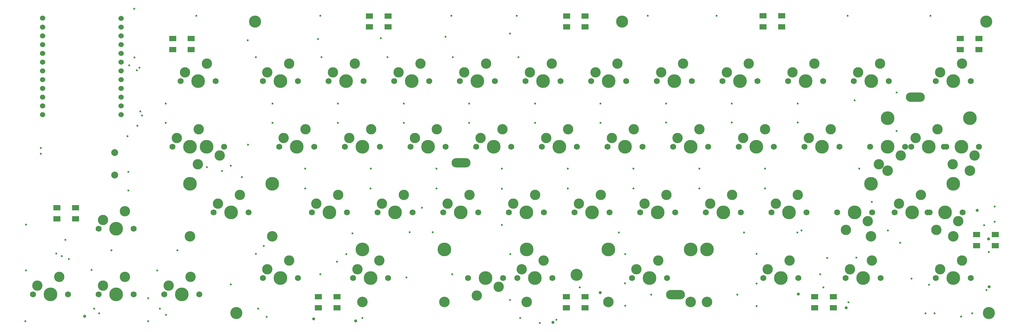
<source format=gts>
G04 #@! TF.GenerationSoftware,KiCad,Pcbnew,8.0.3*
G04 #@! TF.CreationDate,2024-07-31T18:51:57+09:00*
G04 #@! TF.ProjectId,reviung46,72657669-756e-4673-9436-2e6b69636164,ver 0.1*
G04 #@! TF.SameCoordinates,Original*
G04 #@! TF.FileFunction,Soldermask,Top*
G04 #@! TF.FilePolarity,Negative*
%FSLAX46Y46*%
G04 Gerber Fmt 4.6, Leading zero omitted, Abs format (unit mm)*
G04 Created by KiCad (PCBNEW 8.0.3) date 2024-07-31 18:51:57*
%MOMM*%
%LPD*%
G01*
G04 APERTURE LIST*
%ADD10C,1.750000*%
%ADD11C,3.000000*%
%ADD12C,3.987800*%
%ADD13C,3.048000*%
%ADD14R,2.000000X1.500000*%
%ADD15O,5.500000X2.700000*%
%ADD16C,3.500000*%
%ADD17C,1.524000*%
%ADD18C,2.000000*%
%ADD19C,0.600000*%
%ADD20C,0.900000*%
G04 APERTURE END LIST*
D10*
X210352500Y-63020000D03*
D11*
X211622500Y-60480000D03*
D12*
X215432500Y-63020000D03*
D11*
X217972500Y-57940000D03*
D10*
X220512500Y-63020000D03*
X148440000Y-43970000D03*
D11*
X149710000Y-41430000D03*
D12*
X153520000Y-43970000D03*
D11*
X156060000Y-38890000D03*
D10*
X158600000Y-43970000D03*
D12*
X120188850Y-92865000D03*
D13*
X120188850Y-108105000D03*
D10*
X165108750Y-101120000D03*
D11*
X166378750Y-98580000D03*
D12*
X170188750Y-101120000D03*
D11*
X172728750Y-96040000D03*
D10*
X175268750Y-101120000D03*
D12*
X220188650Y-92865000D03*
D13*
X220188650Y-108105000D03*
D10*
X181777500Y-82070000D03*
D11*
X183047500Y-79530000D03*
D12*
X186857500Y-82070000D03*
D11*
X189397500Y-76990000D03*
D10*
X191937500Y-82070000D03*
D14*
X127655000Y-28265000D03*
X127655000Y-25065000D03*
X122255000Y-25065000D03*
X122255000Y-28265000D03*
D10*
X277662500Y-63020000D03*
D11*
X276392500Y-65560000D03*
D12*
X272582500Y-63020000D03*
D11*
X270042500Y-68100000D03*
D10*
X267502500Y-63020000D03*
X162727500Y-82070000D03*
D11*
X163997500Y-79530000D03*
D12*
X167807500Y-82070000D03*
D11*
X170347500Y-76990000D03*
D10*
X172887500Y-82070000D03*
D12*
X272550750Y-54765000D03*
D13*
X272550750Y-70005000D03*
D10*
X279408750Y-63020000D03*
D11*
X280678750Y-60480000D03*
D12*
X284488750Y-63020000D03*
D11*
X287028750Y-57940000D03*
D10*
X289568750Y-63020000D03*
D12*
X296426750Y-54765000D03*
D13*
X296426750Y-70005000D03*
D14*
X303825000Y-91730000D03*
X303825000Y-88530000D03*
X298425000Y-88530000D03*
X298425000Y-91730000D03*
D10*
X286552500Y-101120000D03*
D11*
X287822500Y-98580000D03*
D12*
X291632500Y-101120000D03*
D11*
X294172500Y-96040000D03*
D10*
X296712500Y-101120000D03*
X24615000Y-105882500D03*
D11*
X25885000Y-103342500D03*
D12*
X29695000Y-105882500D03*
D11*
X32235000Y-100802500D03*
D10*
X34775000Y-105882500D03*
X191302500Y-63020000D03*
D11*
X192572500Y-60480000D03*
D12*
X196382500Y-63020000D03*
D11*
X198922500Y-57940000D03*
D10*
X201462500Y-63020000D03*
X260358750Y-101120000D03*
D11*
X261628750Y-98580000D03*
D12*
X265438750Y-101120000D03*
D11*
X267978750Y-96040000D03*
D10*
X270518750Y-101120000D03*
D15*
X211035000Y-105935000D03*
D10*
X286552500Y-43970000D03*
D11*
X287822500Y-41430000D03*
D12*
X291632500Y-43970000D03*
D11*
X294172500Y-38890000D03*
D10*
X296712500Y-43970000D03*
X62715000Y-105882500D03*
D11*
X63985000Y-103342500D03*
D12*
X67795000Y-105882500D03*
D11*
X70335000Y-100802500D03*
D10*
X72875000Y-105882500D03*
X262740000Y-43970000D03*
D11*
X264010000Y-41430000D03*
D12*
X267820000Y-43970000D03*
D11*
X270360000Y-38890000D03*
D10*
X272900000Y-43970000D03*
D14*
X70530000Y-34860000D03*
X70530000Y-31660000D03*
X65130000Y-31660000D03*
X65130000Y-34860000D03*
D10*
X219877500Y-82070000D03*
D11*
X221147500Y-79530000D03*
D12*
X224957500Y-82070000D03*
D11*
X227497500Y-76990000D03*
D10*
X230037500Y-82070000D03*
D15*
X148775000Y-67725000D03*
D14*
X241870000Y-28240000D03*
X241870000Y-25040000D03*
X236470000Y-25040000D03*
X236470000Y-28240000D03*
D10*
X229402500Y-63020000D03*
D11*
X230672500Y-60480000D03*
D12*
X234482500Y-63020000D03*
D11*
X237022500Y-57940000D03*
D10*
X239562500Y-63020000D03*
D14*
X184800000Y-109790000D03*
X184800000Y-106590000D03*
X179400000Y-106590000D03*
X179400000Y-109790000D03*
D10*
X243690000Y-43970000D03*
D11*
X244960000Y-41430000D03*
D12*
X248770000Y-43970000D03*
D11*
X251310000Y-38890000D03*
D10*
X253850000Y-43970000D03*
X67477500Y-43970000D03*
D11*
X68747500Y-41430000D03*
D12*
X72557500Y-43970000D03*
D11*
X75097500Y-38890000D03*
D10*
X77637500Y-43970000D03*
X80018750Y-63020000D03*
D11*
X78748750Y-65560000D03*
D12*
X74938750Y-63020000D03*
D11*
X72398750Y-68100000D03*
D10*
X69858750Y-63020000D03*
X43665000Y-105882500D03*
D11*
X44935000Y-103342500D03*
D12*
X48745000Y-105882500D03*
D11*
X51285000Y-100802500D03*
D10*
X53825000Y-105882500D03*
X238927500Y-82070000D03*
D11*
X240197500Y-79530000D03*
D12*
X244007500Y-82070000D03*
D11*
X246547500Y-76990000D03*
D10*
X249087500Y-82070000D03*
X117483750Y-101120000D03*
D11*
X118753750Y-98580000D03*
D12*
X122563750Y-101120000D03*
D11*
X125103750Y-96040000D03*
D10*
X127643750Y-101120000D03*
D16*
X195500000Y-26680000D03*
D10*
X91290000Y-43970000D03*
D11*
X92560000Y-41430000D03*
D12*
X96370000Y-43970000D03*
D11*
X98910000Y-38890000D03*
D10*
X101450000Y-43970000D03*
X124627500Y-82070000D03*
D11*
X125897500Y-79530000D03*
D12*
X129707500Y-82070000D03*
D11*
X132247500Y-76990000D03*
D10*
X134787500Y-82070000D03*
X115102500Y-63020000D03*
D11*
X116372500Y-60480000D03*
D12*
X120182500Y-63020000D03*
D11*
X122722500Y-57940000D03*
D10*
X125262500Y-63020000D03*
X65096250Y-63020000D03*
D11*
X66366250Y-60480000D03*
D12*
X70176250Y-63020000D03*
D11*
X72716250Y-57940000D03*
D10*
X75256250Y-63020000D03*
D17*
X50177536Y-25749658D03*
X50179659Y-28290796D03*
X50174594Y-30836035D03*
X50172902Y-33375914D03*
X50177897Y-35915789D03*
X50174308Y-38451661D03*
X50175413Y-40995867D03*
X50176119Y-43540124D03*
X50176910Y-46076952D03*
X50176961Y-48616348D03*
X50175906Y-51153756D03*
X50175833Y-53695109D03*
X27386271Y-53699546D03*
X27386015Y-51155769D03*
X27388701Y-48615828D03*
X27384937Y-46077006D03*
X27384251Y-43537588D03*
X27387795Y-40997022D03*
X27386290Y-38453946D03*
X27386234Y-35914438D03*
X27384161Y-33374382D03*
X27384783Y-30834038D03*
X27387147Y-28293779D03*
X27370000Y-25735000D03*
D16*
X83600000Y-111300000D03*
D10*
X143677500Y-82070000D03*
D11*
X144947500Y-79530000D03*
D12*
X148757500Y-82070000D03*
D11*
X151297500Y-76990000D03*
D10*
X153837500Y-82070000D03*
X43665000Y-86832500D03*
D11*
X44935000Y-84292500D03*
D12*
X48745000Y-86832500D03*
D11*
X51285000Y-81752500D03*
D10*
X53825000Y-86832500D03*
D12*
X70144500Y-73815000D03*
D13*
X70144500Y-89055000D03*
D10*
X77002500Y-82070000D03*
D11*
X78272500Y-79530000D03*
D12*
X82082500Y-82070000D03*
D11*
X84622500Y-76990000D03*
D10*
X87162500Y-82070000D03*
D12*
X94020500Y-73815000D03*
D13*
X94020500Y-89055000D03*
D10*
X91290000Y-101120000D03*
D11*
X92560000Y-98580000D03*
D12*
X96370000Y-101120000D03*
D11*
X98910000Y-96040000D03*
D10*
X101450000Y-101120000D03*
X236546250Y-101120000D03*
D11*
X237816250Y-98580000D03*
D12*
X241626250Y-101120000D03*
D11*
X244166250Y-96040000D03*
D10*
X246706250Y-101120000D03*
X248452500Y-63020000D03*
D11*
X249722500Y-60480000D03*
D12*
X253532500Y-63020000D03*
D11*
X256072500Y-57940000D03*
D10*
X258612500Y-63020000D03*
D16*
X302000000Y-111300000D03*
D10*
X110340000Y-43970000D03*
D11*
X111610000Y-41430000D03*
D12*
X115420000Y-43970000D03*
D11*
X117960000Y-38890000D03*
D10*
X120500000Y-43970000D03*
D13*
X167839250Y-108105000D03*
D12*
X167839250Y-92865000D03*
D10*
X160981250Y-101120000D03*
D11*
X159711250Y-103660000D03*
D12*
X155901250Y-101120000D03*
D11*
X153361250Y-106200000D03*
D10*
X150821250Y-101120000D03*
D13*
X143963250Y-108105000D03*
D12*
X143963250Y-92865000D03*
X267788250Y-73815000D03*
D13*
X267788250Y-89055000D03*
D10*
X274646250Y-82070000D03*
D11*
X275916250Y-79530000D03*
D12*
X279726250Y-82070000D03*
D11*
X282266250Y-76990000D03*
D10*
X284806250Y-82070000D03*
D12*
X291664250Y-73815000D03*
D13*
X291664250Y-89055000D03*
D12*
X191588250Y-92865000D03*
D13*
X191588250Y-108105000D03*
D10*
X198446250Y-101120000D03*
D11*
X199716250Y-98580000D03*
D12*
X203526250Y-101120000D03*
D11*
X206066250Y-96040000D03*
D10*
X208606250Y-101120000D03*
D12*
X215464250Y-92865000D03*
D13*
X215464250Y-108105000D03*
D16*
X301245000Y-26680000D03*
D10*
X294331250Y-82070000D03*
D11*
X293061250Y-84610000D03*
D12*
X289251250Y-82070000D03*
D11*
X286711250Y-87150000D03*
D10*
X284171250Y-82070000D03*
D14*
X184815000Y-28260000D03*
X184815000Y-25060000D03*
X179415000Y-25060000D03*
X179415000Y-28260000D03*
D10*
X129390000Y-43970000D03*
D11*
X130660000Y-41430000D03*
D12*
X134470000Y-43970000D03*
D11*
X137010000Y-38890000D03*
D10*
X139550000Y-43970000D03*
X172252500Y-63020000D03*
D11*
X173522500Y-60480000D03*
D12*
X177332500Y-63020000D03*
D11*
X179872500Y-57940000D03*
D10*
X182412500Y-63020000D03*
D15*
X280610000Y-48615000D03*
D14*
X112780000Y-109745000D03*
X112780000Y-106545000D03*
X107380000Y-106545000D03*
X107380000Y-109745000D03*
D10*
X186540000Y-43970000D03*
D11*
X187810000Y-41430000D03*
D12*
X191620000Y-43970000D03*
D11*
X194160000Y-38890000D03*
D10*
X196700000Y-43970000D03*
X96052500Y-63020000D03*
D11*
X97322500Y-60480000D03*
D12*
X101132500Y-63020000D03*
D11*
X103672500Y-57940000D03*
D10*
X106212500Y-63020000D03*
X134152500Y-63020000D03*
D11*
X135422500Y-60480000D03*
D12*
X139232500Y-63020000D03*
D11*
X141772500Y-57940000D03*
D10*
X144312500Y-63020000D03*
D14*
X299050000Y-34860000D03*
X299050000Y-31660000D03*
X293650000Y-31660000D03*
X293650000Y-34860000D03*
D16*
X89000000Y-26680000D03*
D10*
X153202500Y-63020000D03*
D11*
X154472500Y-60480000D03*
D12*
X158282500Y-63020000D03*
D11*
X160822500Y-57940000D03*
D10*
X163362500Y-63020000D03*
X268137500Y-82070000D03*
D11*
X266867500Y-84610000D03*
D12*
X263057500Y-82070000D03*
D11*
X260517500Y-87150000D03*
D10*
X257977500Y-82070000D03*
X167490000Y-43970000D03*
D11*
X168760000Y-41430000D03*
D12*
X172570000Y-43970000D03*
D11*
X175110000Y-38890000D03*
D10*
X177650000Y-43970000D03*
D16*
X182370000Y-100170000D03*
D14*
X256810000Y-109765000D03*
X256810000Y-106565000D03*
X251410000Y-106565000D03*
X251410000Y-109765000D03*
D10*
X105577500Y-82070000D03*
D11*
X106847500Y-79530000D03*
D12*
X110657500Y-82070000D03*
D11*
X113197500Y-76990000D03*
D10*
X115737500Y-82070000D03*
X200827500Y-82070000D03*
D11*
X202097500Y-79530000D03*
D12*
X205907500Y-82070000D03*
D11*
X208447500Y-76990000D03*
D10*
X210987500Y-82070000D03*
X299093750Y-63020000D03*
D11*
X297823750Y-65560000D03*
D12*
X294013750Y-63020000D03*
D11*
X291473750Y-68100000D03*
D10*
X288933750Y-63020000D03*
X224640000Y-43970000D03*
D11*
X225910000Y-41430000D03*
D12*
X229720000Y-43970000D03*
D11*
X232260000Y-38890000D03*
D10*
X234800000Y-43970000D03*
X205590000Y-43970000D03*
D11*
X206860000Y-41430000D03*
D12*
X210670000Y-43970000D03*
D11*
X213210000Y-38890000D03*
D10*
X215750000Y-43970000D03*
D14*
X36920000Y-83935000D03*
X36920000Y-80735000D03*
X31520000Y-80735000D03*
X31520000Y-83935000D03*
D18*
X48275000Y-71250000D03*
X48275000Y-64750000D03*
D19*
X133900000Y-87800000D03*
X72000000Y-25000000D03*
X133000000Y-101000000D03*
X165000000Y-25000000D03*
X52500000Y-39400000D03*
X54000000Y-23000000D03*
X108000000Y-25000000D03*
X223000000Y-25000000D03*
X137500000Y-80700000D03*
X54100000Y-37100000D03*
X58000000Y-113700000D03*
X34000000Y-90000000D03*
X108000000Y-100000000D03*
X171700000Y-114200000D03*
X146270000Y-100010000D03*
X286200000Y-111400000D03*
X279550000Y-101305000D03*
X302000000Y-93600000D03*
X303700000Y-84800000D03*
X204000000Y-106000000D03*
X261000000Y-25000000D03*
X229000000Y-106000000D03*
X140600000Y-87800000D03*
X82000000Y-103000000D03*
X146000000Y-25000000D03*
X253000000Y-100000000D03*
X58000000Y-107000000D03*
X285000000Y-25000000D03*
X54900000Y-56900000D03*
X303700000Y-80400000D03*
X22400000Y-113700000D03*
X297100000Y-111400000D03*
X203000000Y-25000000D03*
X75100000Y-69000000D03*
X55750000Y-52750000D03*
X227400000Y-56000000D03*
X108350000Y-37000000D03*
X246400000Y-87950000D03*
X217950000Y-69400000D03*
X113100000Y-56100000D03*
X107300000Y-31800000D03*
X103600000Y-75100000D03*
X255050000Y-95250000D03*
X217940027Y-75131918D03*
X113100000Y-50500000D03*
X61400000Y-110000000D03*
X63200000Y-111800000D03*
X60700000Y-98900000D03*
X103600000Y-69400000D03*
X66500000Y-93050000D03*
X227400000Y-50500000D03*
X56250000Y-54000000D03*
X54750000Y-40850000D03*
X55500000Y-40050000D03*
X89300000Y-37050000D03*
X198850000Y-69350000D03*
X198843068Y-75102457D03*
X86900000Y-32100000D03*
X41650000Y-98800000D03*
X94100000Y-50500000D03*
X234550000Y-102700000D03*
X85250000Y-71850000D03*
X42400000Y-110000000D03*
X47400000Y-93050000D03*
X208300000Y-56000000D03*
X87000000Y-62400000D03*
X234600000Y-109250000D03*
X43800000Y-111400000D03*
X94100000Y-56100000D03*
X208300000Y-50500000D03*
X230900000Y-87950000D03*
X234550000Y-94100000D03*
X52000000Y-60000000D03*
D20*
X302050000Y-103650000D03*
X118200000Y-113550000D03*
X246700000Y-105750000D03*
X301900000Y-89800000D03*
X39600000Y-112200000D03*
X189200000Y-105400000D03*
X175450000Y-114000000D03*
X298610000Y-81470000D03*
X106050000Y-113000000D03*
X260550000Y-109780000D03*
D19*
X141700000Y-69400000D03*
X115500000Y-94150000D03*
X146450000Y-37050000D03*
X141700000Y-75100000D03*
X264400000Y-69400000D03*
X151200000Y-56100000D03*
X268000000Y-79000000D03*
X151200000Y-50500000D03*
X263000000Y-49600000D03*
X144300000Y-31100000D03*
X117350000Y-88200000D03*
X272650000Y-87300000D03*
X276250000Y-90850000D03*
X293900000Y-112300000D03*
X163000000Y-107500000D03*
X165500000Y-37000000D03*
X163000000Y-30200000D03*
X160700000Y-75200000D03*
X300600000Y-85800000D03*
X170300000Y-50500000D03*
X160700000Y-69400000D03*
X275200000Y-47300000D03*
X275200000Y-58500000D03*
X160700000Y-85700000D03*
X170300000Y-56100000D03*
X163100000Y-94150000D03*
X166000000Y-112750000D03*
X189300000Y-56100000D03*
X194600000Y-87900000D03*
X179800000Y-69400000D03*
X82000000Y-68500000D03*
X196450000Y-94150000D03*
X179800000Y-75100000D03*
X22600000Y-85600000D03*
X79500000Y-70050000D03*
X52300000Y-75700000D03*
X52300000Y-70300000D03*
X22600000Y-98900000D03*
X63100000Y-50500000D03*
X196500000Y-109200000D03*
X63100000Y-56100000D03*
X189300000Y-50500000D03*
X196400000Y-102650000D03*
X125500000Y-31500000D03*
X237000000Y-75100000D03*
X263500000Y-95200000D03*
X237000000Y-69400000D03*
X283560000Y-111400000D03*
X91600000Y-91800000D03*
X90000000Y-110000000D03*
X246500000Y-56000000D03*
X122611484Y-69381779D03*
X92400000Y-112400000D03*
X122600000Y-75100000D03*
X247600000Y-87300000D03*
X89300000Y-94100000D03*
X132200000Y-56100000D03*
X246500000Y-50500000D03*
X127450000Y-37000000D03*
X132200000Y-50500000D03*
X284600000Y-103100000D03*
X33000000Y-94750000D03*
X26900000Y-63400000D03*
X26900000Y-65100000D03*
X31400000Y-94000000D03*
X183300000Y-103800000D03*
X254000000Y-103800000D03*
X301250000Y-104600000D03*
X261200000Y-108200000D03*
X176450000Y-113200000D03*
X120150000Y-112750000D03*
X112800000Y-96400000D03*
X35050000Y-95650000D03*
M02*

</source>
